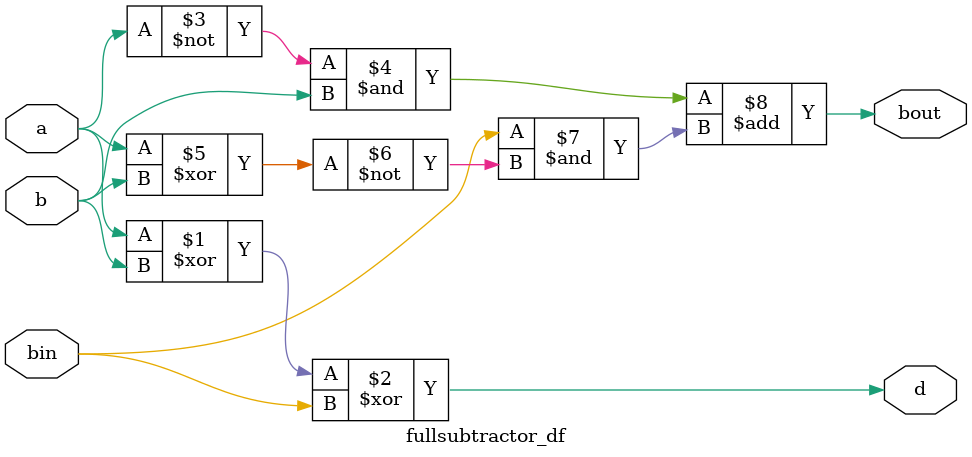
<source format=v>
`timescale 1ns / 1ps


module fullsubtractor_df(d,bout,a,b,bin);

output d,bout;
input a,b,bin;

assign d = a^b^bin;
assign bout = (~(a)&b)+(bin&(~(a^b)));
endmodule

</source>
